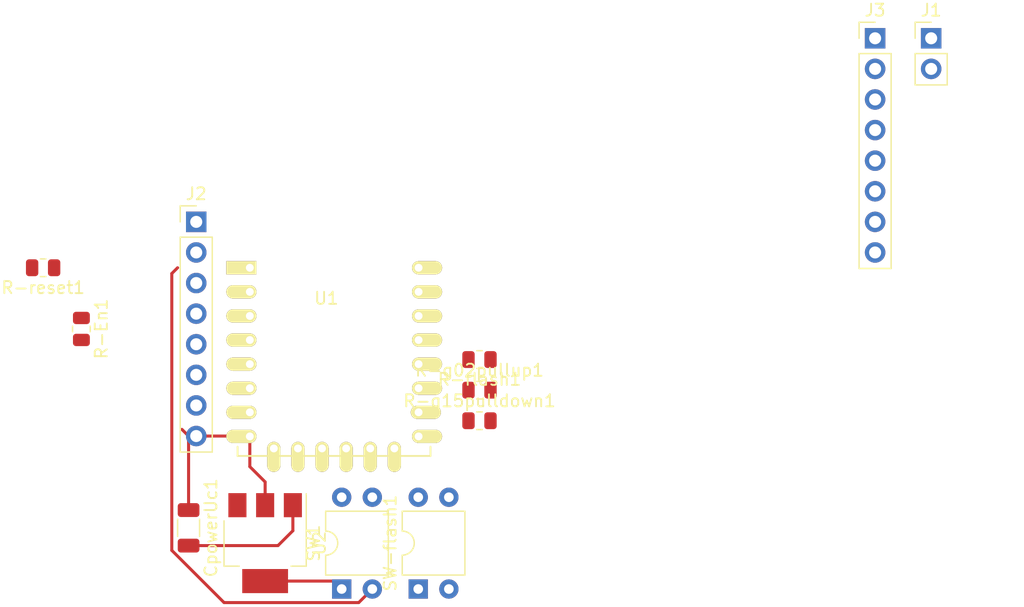
<source format=kicad_pcb>
(kicad_pcb (version 20171130) (host pcbnew 5.1.8-db9833491~88~ubuntu20.10.1)

  (general
    (thickness 1.6)
    (drawings 0)
    (tracks 17)
    (zones 0)
    (modules 13)
    (nets 25)
  )

  (page A4)
  (layers
    (0 F.Cu signal)
    (31 B.Cu signal)
    (32 B.Adhes user)
    (33 F.Adhes user)
    (34 B.Paste user)
    (35 F.Paste user)
    (36 B.SilkS user)
    (37 F.SilkS user)
    (38 B.Mask user)
    (39 F.Mask user)
    (40 Dwgs.User user)
    (41 Cmts.User user)
    (42 Eco1.User user)
    (43 Eco2.User user)
    (44 Edge.Cuts user)
    (45 Margin user)
    (46 B.CrtYd user)
    (47 F.CrtYd user)
    (48 B.Fab user)
    (49 F.Fab user)
  )

  (setup
    (last_trace_width 0.25)
    (trace_clearance 0.2)
    (zone_clearance 0.508)
    (zone_45_only no)
    (trace_min 0.2)
    (via_size 0.8)
    (via_drill 0.4)
    (via_min_size 0.4)
    (via_min_drill 0.3)
    (uvia_size 0.3)
    (uvia_drill 0.1)
    (uvias_allowed no)
    (uvia_min_size 0.2)
    (uvia_min_drill 0.1)
    (edge_width 0.05)
    (segment_width 0.2)
    (pcb_text_width 0.3)
    (pcb_text_size 1.5 1.5)
    (mod_edge_width 0.12)
    (mod_text_size 1 1)
    (mod_text_width 0.15)
    (pad_size 1.524 1.524)
    (pad_drill 0.762)
    (pad_to_mask_clearance 0)
    (aux_axis_origin 0 0)
    (visible_elements FFFFFF7F)
    (pcbplotparams
      (layerselection 0x010fc_ffffffff)
      (usegerberextensions false)
      (usegerberattributes true)
      (usegerberadvancedattributes true)
      (creategerberjobfile true)
      (excludeedgelayer true)
      (linewidth 0.100000)
      (plotframeref false)
      (viasonmask false)
      (mode 1)
      (useauxorigin false)
      (hpglpennumber 1)
      (hpglpenspeed 20)
      (hpglpendiameter 15.000000)
      (psnegative false)
      (psa4output false)
      (plotreference true)
      (plotvalue true)
      (plotinvisibletext false)
      (padsonsilk false)
      (subtractmaskfromsilk false)
      (outputformat 1)
      (mirror false)
      (drillshape 1)
      (scaleselection 1)
      (outputdirectory ""))
  )

  (net 0 "")
  (net 1 "Net-(U1-Pad22)")
  (net 2 "Net-(U1-Pad21)")
  (net 3 "Net-(U1-Pad20)")
  (net 4 "Net-(U1-Pad19)")
  (net 5 "Net-(U1-Pad18)")
  (net 6 "Net-(U1-Pad17)")
  (net 7 GND)
  (net 8 v3.3)
  (net 9 "Net-(R-reset1-Pad2)")
  (net 10 "Net-(J1-Pad1)")
  (net 11 "Net-(J2-Pad7)")
  (net 12 "Net-(J2-Pad6)")
  (net 13 "Net-(J2-Pad5)")
  (net 14 "Net-(J2-Pad4)")
  (net 15 "Net-(J2-Pad3)")
  (net 16 "Net-(J2-Pad2)")
  (net 17 "Net-(J2-Pad1)")
  (net 18 "Net-(J3-Pad7)")
  (net 19 "Net-(J3-Pad6)")
  (net 20 "Net-(J3-Pad5)")
  (net 21 "Net-(J3-Pad4)")
  (net 22 "Net-(J3-Pad3)")
  (net 23 "Net-(J3-Pad2)")
  (net 24 "Net-(J3-Pad1)")

  (net_class Default "This is the default net class."
    (clearance 0.2)
    (trace_width 0.25)
    (via_dia 0.8)
    (via_drill 0.4)
    (uvia_dia 0.3)
    (uvia_drill 0.1)
    (add_net GND)
    (add_net "Net-(J1-Pad1)")
    (add_net "Net-(J2-Pad1)")
    (add_net "Net-(J2-Pad2)")
    (add_net "Net-(J2-Pad3)")
    (add_net "Net-(J2-Pad4)")
    (add_net "Net-(J2-Pad5)")
    (add_net "Net-(J2-Pad6)")
    (add_net "Net-(J2-Pad7)")
    (add_net "Net-(J3-Pad1)")
    (add_net "Net-(J3-Pad2)")
    (add_net "Net-(J3-Pad3)")
    (add_net "Net-(J3-Pad4)")
    (add_net "Net-(J3-Pad5)")
    (add_net "Net-(J3-Pad6)")
    (add_net "Net-(J3-Pad7)")
    (add_net "Net-(R-reset1-Pad2)")
    (add_net "Net-(U1-Pad17)")
    (add_net "Net-(U1-Pad18)")
    (add_net "Net-(U1-Pad19)")
    (add_net "Net-(U1-Pad20)")
    (add_net "Net-(U1-Pad21)")
    (add_net "Net-(U1-Pad22)")
    (add_net v3.3)
  )

  (module Connector_PinHeader_2.54mm:PinHeader_1x08_P2.54mm_Vertical (layer F.Cu) (tedit 59FED5CC) (tstamp 5FD7F2FB)
    (at 141.605 132.08)
    (descr "Through hole straight pin header, 1x08, 2.54mm pitch, single row")
    (tags "Through hole pin header THT 1x08 2.54mm single row")
    (path /5FD86174)
    (fp_text reference J2 (at 0 -2.33) (layer F.SilkS)
      (effects (font (size 1 1) (thickness 0.15)))
    )
    (fp_text value Conn_01x08 (at 0 20.11) (layer F.Fab)
      (effects (font (size 1 1) (thickness 0.15)))
    )
    (fp_text user %R (at 0 8.89 90) (layer F.Fab)
      (effects (font (size 1 1) (thickness 0.15)))
    )
    (fp_line (start -0.635 -1.27) (end 1.27 -1.27) (layer F.Fab) (width 0.1))
    (fp_line (start 1.27 -1.27) (end 1.27 19.05) (layer F.Fab) (width 0.1))
    (fp_line (start 1.27 19.05) (end -1.27 19.05) (layer F.Fab) (width 0.1))
    (fp_line (start -1.27 19.05) (end -1.27 -0.635) (layer F.Fab) (width 0.1))
    (fp_line (start -1.27 -0.635) (end -0.635 -1.27) (layer F.Fab) (width 0.1))
    (fp_line (start -1.33 19.11) (end 1.33 19.11) (layer F.SilkS) (width 0.12))
    (fp_line (start -1.33 1.27) (end -1.33 19.11) (layer F.SilkS) (width 0.12))
    (fp_line (start 1.33 1.27) (end 1.33 19.11) (layer F.SilkS) (width 0.12))
    (fp_line (start -1.33 1.27) (end 1.33 1.27) (layer F.SilkS) (width 0.12))
    (fp_line (start -1.33 0) (end -1.33 -1.33) (layer F.SilkS) (width 0.12))
    (fp_line (start -1.33 -1.33) (end 0 -1.33) (layer F.SilkS) (width 0.12))
    (fp_line (start -1.8 -1.8) (end -1.8 19.55) (layer F.CrtYd) (width 0.05))
    (fp_line (start -1.8 19.55) (end 1.8 19.55) (layer F.CrtYd) (width 0.05))
    (fp_line (start 1.8 19.55) (end 1.8 -1.8) (layer F.CrtYd) (width 0.05))
    (fp_line (start 1.8 -1.8) (end -1.8 -1.8) (layer F.CrtYd) (width 0.05))
    (pad 8 thru_hole oval (at 0 17.78) (size 1.7 1.7) (drill 1) (layers *.Cu *.Mask)
      (net 8 v3.3))
    (pad 7 thru_hole oval (at 0 15.24) (size 1.7 1.7) (drill 1) (layers *.Cu *.Mask)
      (net 11 "Net-(J2-Pad7)"))
    (pad 6 thru_hole oval (at 0 12.7) (size 1.7 1.7) (drill 1) (layers *.Cu *.Mask)
      (net 12 "Net-(J2-Pad6)"))
    (pad 5 thru_hole oval (at 0 10.16) (size 1.7 1.7) (drill 1) (layers *.Cu *.Mask)
      (net 13 "Net-(J2-Pad5)"))
    (pad 4 thru_hole oval (at 0 7.62) (size 1.7 1.7) (drill 1) (layers *.Cu *.Mask)
      (net 14 "Net-(J2-Pad4)"))
    (pad 3 thru_hole oval (at 0 5.08) (size 1.7 1.7) (drill 1) (layers *.Cu *.Mask)
      (net 15 "Net-(J2-Pad3)"))
    (pad 2 thru_hole oval (at 0 2.54) (size 1.7 1.7) (drill 1) (layers *.Cu *.Mask)
      (net 16 "Net-(J2-Pad2)"))
    (pad 1 thru_hole rect (at 0 0) (size 1.7 1.7) (drill 1) (layers *.Cu *.Mask)
      (net 17 "Net-(J2-Pad1)"))
    (model ${KISYS3DMOD}/Connector_PinHeader_2.54mm.3dshapes/PinHeader_1x08_P2.54mm_Vertical.wrl
      (at (xyz 0 0 0))
      (scale (xyz 1 1 1))
      (rotate (xyz 0 0 0))
    )
  )

  (module ESP8266:ESP-12E (layer F.Cu) (tedit 58B47889) (tstamp 5FD7456B)
    (at 146.05 135.89)
    (descr "Module, ESP-8266, ESP-12, 16 pad, SMD")
    (tags "Module ESP-8266 ESP8266")
    (path /5FD3FB21)
    (fp_text reference U1 (at 6.35 2.54) (layer F.SilkS)
      (effects (font (size 1 1) (thickness 0.15)))
    )
    (fp_text value ESP-12F (at 6.35 6.35) (layer F.Fab) hide
      (effects (font (size 1 1) (thickness 0.15)))
    )
    (fp_text user "No Copper" (at 6.892 -5.4) (layer F.CrtYd)
      (effects (font (size 1 1) (thickness 0.15)))
    )
    (fp_line (start -2.25 -0.5) (end -2.25 -8.75) (layer F.CrtYd) (width 0.05))
    (fp_line (start -2.25 -8.75) (end 15.25 -8.75) (layer F.CrtYd) (width 0.05))
    (fp_line (start 15.25 -8.75) (end 16.25 -8.75) (layer F.CrtYd) (width 0.05))
    (fp_line (start 16.25 -8.75) (end 16.25 16) (layer F.CrtYd) (width 0.05))
    (fp_line (start 16.25 16) (end -2.25 16) (layer F.CrtYd) (width 0.05))
    (fp_line (start -2.25 16) (end -2.25 -0.5) (layer F.CrtYd) (width 0.05))
    (fp_line (start -1.016 -8.382) (end 14.986 -8.382) (layer F.CrtYd) (width 0.1524))
    (fp_line (start 14.986 -8.382) (end 14.986 -0.889) (layer F.CrtYd) (width 0.1524))
    (fp_line (start -1.016 -8.382) (end -1.016 -1.016) (layer F.CrtYd) (width 0.1524))
    (fp_line (start -1.016 14.859) (end -1.016 15.621) (layer F.SilkS) (width 0.1524))
    (fp_line (start -1.016 15.621) (end 14.986 15.621) (layer F.SilkS) (width 0.1524))
    (fp_line (start 14.986 15.621) (end 14.986 14.859) (layer F.SilkS) (width 0.1524))
    (fp_line (start 14.992 -8.4) (end -1.008 -2.6) (layer F.CrtYd) (width 0.1524))
    (fp_line (start -1.008 -8.4) (end 14.992 -2.6) (layer F.CrtYd) (width 0.1524))
    (fp_line (start -1.008 -2.6) (end 14.992 -2.6) (layer F.CrtYd) (width 0.1524))
    (fp_line (start 15 -8.4) (end 15 15.6) (layer F.Fab) (width 0.05))
    (fp_line (start 14.992 15.6) (end -1.008 15.6) (layer F.Fab) (width 0.05))
    (fp_line (start -1.008 15.6) (end -1.008 -8.4) (layer F.Fab) (width 0.05))
    (fp_line (start -1.008 -8.4) (end 14.992 -8.4) (layer F.Fab) (width 0.05))
    (pad 22 thru_hole oval (at 11.99 15 90) (size 2.5 1.1) (drill 0.65 (offset -0.7 0)) (layers *.Cu *.Mask F.SilkS)
      (net 1 "Net-(U1-Pad22)"))
    (pad 21 thru_hole oval (at 9.99 15 90) (size 2.5 1.1) (drill 0.65 (offset -0.7 0)) (layers *.Cu *.Mask F.SilkS)
      (net 2 "Net-(U1-Pad21)"))
    (pad 20 thru_hole oval (at 7.99 15 90) (size 2.5 1.1) (drill 0.65 (offset -0.7 0)) (layers *.Cu *.Mask F.SilkS)
      (net 3 "Net-(U1-Pad20)"))
    (pad 19 thru_hole oval (at 5.99 15 90) (size 2.5 1.1) (drill 0.65 (offset -0.7 0)) (layers *.Cu *.Mask F.SilkS)
      (net 4 "Net-(U1-Pad19)"))
    (pad 18 thru_hole oval (at 3.99 15 90) (size 2.5 1.1) (drill 0.65 (offset -0.7 0)) (layers *.Cu *.Mask F.SilkS)
      (net 5 "Net-(U1-Pad18)"))
    (pad 17 thru_hole oval (at 1.99 15 90) (size 2.5 1.1) (drill 0.65 (offset -0.7 0)) (layers *.Cu *.Mask F.SilkS)
      (net 6 "Net-(U1-Pad17)"))
    (pad 16 thru_hole oval (at 14 0) (size 2.5 1.1) (drill 0.65 (offset 0.7 0)) (layers *.Cu *.Mask F.SilkS)
      (net 24 "Net-(J3-Pad1)"))
    (pad 15 thru_hole oval (at 14 2) (size 2.5 1.1) (drill 0.65 (offset 0.7 0)) (layers *.Cu *.Mask F.SilkS)
      (net 23 "Net-(J3-Pad2)"))
    (pad 14 thru_hole oval (at 14 4) (size 2.5 1.1) (drill 0.65 (offset 0.7 0)) (layers *.Cu *.Mask F.SilkS)
      (net 22 "Net-(J3-Pad3)"))
    (pad 13 thru_hole oval (at 14 6) (size 2.5 1.1) (drill 0.65 (offset 0.7 0)) (layers *.Cu *.Mask F.SilkS)
      (net 21 "Net-(J3-Pad4)"))
    (pad 12 thru_hole oval (at 14 8) (size 2.5 1.1) (drill 0.65 (offset 0.7 0)) (layers *.Cu *.Mask F.SilkS)
      (net 20 "Net-(J3-Pad5)"))
    (pad 11 thru_hole oval (at 14 10) (size 2.5 1.1) (drill 0.65 (offset 0.7 0)) (layers *.Cu *.Mask F.SilkS)
      (net 19 "Net-(J3-Pad6)"))
    (pad 10 thru_hole oval (at 14 12) (size 2.5 1.1) (drill 0.65 (offset 0.6 0)) (layers *.Cu *.Mask F.SilkS)
      (net 18 "Net-(J3-Pad7)"))
    (pad 9 thru_hole oval (at 14 14) (size 2.5 1.1) (drill 0.65 (offset 0.7 0)) (layers *.Cu *.Mask F.SilkS)
      (net 7 GND))
    (pad 8 thru_hole oval (at 0 14) (size 2.5 1.1) (drill 0.65 (offset -0.7 0)) (layers *.Cu *.Mask F.SilkS)
      (net 8 v3.3))
    (pad 7 thru_hole oval (at 0 12) (size 2.5 1.1) (drill 0.65 (offset -0.7 0)) (layers *.Cu *.Mask F.SilkS)
      (net 11 "Net-(J2-Pad7)"))
    (pad 6 thru_hole oval (at 0 10) (size 2.5 1.1) (drill 0.65 (offset -0.7 0)) (layers *.Cu *.Mask F.SilkS)
      (net 12 "Net-(J2-Pad6)"))
    (pad 5 thru_hole oval (at 0 8) (size 2.5 1.1) (drill 0.65 (offset -0.7 0)) (layers *.Cu *.Mask F.SilkS)
      (net 13 "Net-(J2-Pad5)"))
    (pad 4 thru_hole oval (at 0 6) (size 2.5 1.1) (drill 0.65 (offset -0.7 0)) (layers *.Cu *.Mask F.SilkS)
      (net 14 "Net-(J2-Pad4)"))
    (pad 3 thru_hole oval (at 0 4) (size 2.5 1.1) (drill 0.65 (offset -0.7 0)) (layers *.Cu *.Mask F.SilkS)
      (net 15 "Net-(J2-Pad3)"))
    (pad 2 thru_hole oval (at 0 2) (size 2.5 1.1) (drill 0.65 (offset -0.7 0)) (layers *.Cu *.Mask F.SilkS)
      (net 16 "Net-(J2-Pad2)"))
    (pad 1 thru_hole rect (at 0 0) (size 2.5 1.1) (drill 0.65 (offset -0.7 0)) (layers *.Cu *.Mask F.SilkS)
      (net 17 "Net-(J2-Pad1)"))
    (model ${ESPLIB}/ESP8266.3dshapes/ESP-12E.wrl
      (at (xyz 0 0 0))
      (scale (xyz 0.3937 0.3937 0.3937))
      (rotate (xyz 0 0 0))
    )
  )

  (module Connector_PinHeader_2.54mm:PinHeader_1x08_P2.54mm_Vertical (layer F.Cu) (tedit 59FED5CC) (tstamp 5FD7F317)
    (at 197.915 116.84)
    (descr "Through hole straight pin header, 1x08, 2.54mm pitch, single row")
    (tags "Through hole pin header THT 1x08 2.54mm single row")
    (path /5FD86EB6)
    (fp_text reference J3 (at 0 -2.33) (layer F.SilkS)
      (effects (font (size 1 1) (thickness 0.15)))
    )
    (fp_text value Conn_01x08 (at 0 20.11) (layer F.Fab)
      (effects (font (size 1 1) (thickness 0.15)))
    )
    (fp_text user %R (at 0 8.89 90) (layer F.Fab)
      (effects (font (size 1 1) (thickness 0.15)))
    )
    (fp_line (start -0.635 -1.27) (end 1.27 -1.27) (layer F.Fab) (width 0.1))
    (fp_line (start 1.27 -1.27) (end 1.27 19.05) (layer F.Fab) (width 0.1))
    (fp_line (start 1.27 19.05) (end -1.27 19.05) (layer F.Fab) (width 0.1))
    (fp_line (start -1.27 19.05) (end -1.27 -0.635) (layer F.Fab) (width 0.1))
    (fp_line (start -1.27 -0.635) (end -0.635 -1.27) (layer F.Fab) (width 0.1))
    (fp_line (start -1.33 19.11) (end 1.33 19.11) (layer F.SilkS) (width 0.12))
    (fp_line (start -1.33 1.27) (end -1.33 19.11) (layer F.SilkS) (width 0.12))
    (fp_line (start 1.33 1.27) (end 1.33 19.11) (layer F.SilkS) (width 0.12))
    (fp_line (start -1.33 1.27) (end 1.33 1.27) (layer F.SilkS) (width 0.12))
    (fp_line (start -1.33 0) (end -1.33 -1.33) (layer F.SilkS) (width 0.12))
    (fp_line (start -1.33 -1.33) (end 0 -1.33) (layer F.SilkS) (width 0.12))
    (fp_line (start -1.8 -1.8) (end -1.8 19.55) (layer F.CrtYd) (width 0.05))
    (fp_line (start -1.8 19.55) (end 1.8 19.55) (layer F.CrtYd) (width 0.05))
    (fp_line (start 1.8 19.55) (end 1.8 -1.8) (layer F.CrtYd) (width 0.05))
    (fp_line (start 1.8 -1.8) (end -1.8 -1.8) (layer F.CrtYd) (width 0.05))
    (pad 8 thru_hole oval (at 0 17.78) (size 1.7 1.7) (drill 1) (layers *.Cu *.Mask)
      (net 7 GND))
    (pad 7 thru_hole oval (at 0 15.24) (size 1.7 1.7) (drill 1) (layers *.Cu *.Mask)
      (net 18 "Net-(J3-Pad7)"))
    (pad 6 thru_hole oval (at 0 12.7) (size 1.7 1.7) (drill 1) (layers *.Cu *.Mask)
      (net 19 "Net-(J3-Pad6)"))
    (pad 5 thru_hole oval (at 0 10.16) (size 1.7 1.7) (drill 1) (layers *.Cu *.Mask)
      (net 20 "Net-(J3-Pad5)"))
    (pad 4 thru_hole oval (at 0 7.62) (size 1.7 1.7) (drill 1) (layers *.Cu *.Mask)
      (net 21 "Net-(J3-Pad4)"))
    (pad 3 thru_hole oval (at 0 5.08) (size 1.7 1.7) (drill 1) (layers *.Cu *.Mask)
      (net 22 "Net-(J3-Pad3)"))
    (pad 2 thru_hole oval (at 0 2.54) (size 1.7 1.7) (drill 1) (layers *.Cu *.Mask)
      (net 23 "Net-(J3-Pad2)"))
    (pad 1 thru_hole rect (at 0 0) (size 1.7 1.7) (drill 1) (layers *.Cu *.Mask)
      (net 24 "Net-(J3-Pad1)"))
    (model ${KISYS3DMOD}/Connector_PinHeader_2.54mm.3dshapes/PinHeader_1x08_P2.54mm_Vertical.wrl
      (at (xyz 0 0 0))
      (scale (xyz 1 1 1))
      (rotate (xyz 0 0 0))
    )
  )

  (module Connector_PinHeader_2.54mm:PinHeader_1x02_P2.54mm_Vertical (layer F.Cu) (tedit 59FED5CC) (tstamp 5FD7F2DF)
    (at 202.565 116.84)
    (descr "Through hole straight pin header, 1x02, 2.54mm pitch, single row")
    (tags "Through hole pin header THT 1x02 2.54mm single row")
    (path /5FD7F310)
    (fp_text reference J1 (at 0 -2.33) (layer F.SilkS)
      (effects (font (size 1 1) (thickness 0.15)))
    )
    (fp_text value Conn_01x02_Female (at 0 4.87) (layer F.Fab)
      (effects (font (size 1 1) (thickness 0.15)))
    )
    (fp_text user %R (at 0 1.27 90) (layer F.Fab)
      (effects (font (size 1 1) (thickness 0.15)))
    )
    (fp_line (start -0.635 -1.27) (end 1.27 -1.27) (layer F.Fab) (width 0.1))
    (fp_line (start 1.27 -1.27) (end 1.27 3.81) (layer F.Fab) (width 0.1))
    (fp_line (start 1.27 3.81) (end -1.27 3.81) (layer F.Fab) (width 0.1))
    (fp_line (start -1.27 3.81) (end -1.27 -0.635) (layer F.Fab) (width 0.1))
    (fp_line (start -1.27 -0.635) (end -0.635 -1.27) (layer F.Fab) (width 0.1))
    (fp_line (start -1.33 3.87) (end 1.33 3.87) (layer F.SilkS) (width 0.12))
    (fp_line (start -1.33 1.27) (end -1.33 3.87) (layer F.SilkS) (width 0.12))
    (fp_line (start 1.33 1.27) (end 1.33 3.87) (layer F.SilkS) (width 0.12))
    (fp_line (start -1.33 1.27) (end 1.33 1.27) (layer F.SilkS) (width 0.12))
    (fp_line (start -1.33 0) (end -1.33 -1.33) (layer F.SilkS) (width 0.12))
    (fp_line (start -1.33 -1.33) (end 0 -1.33) (layer F.SilkS) (width 0.12))
    (fp_line (start -1.8 -1.8) (end -1.8 4.35) (layer F.CrtYd) (width 0.05))
    (fp_line (start -1.8 4.35) (end 1.8 4.35) (layer F.CrtYd) (width 0.05))
    (fp_line (start 1.8 4.35) (end 1.8 -1.8) (layer F.CrtYd) (width 0.05))
    (fp_line (start 1.8 -1.8) (end -1.8 -1.8) (layer F.CrtYd) (width 0.05))
    (pad 2 thru_hole oval (at 0 2.54) (size 1.7 1.7) (drill 1) (layers *.Cu *.Mask)
      (net 7 GND))
    (pad 1 thru_hole rect (at 0 0) (size 1.7 1.7) (drill 1) (layers *.Cu *.Mask)
      (net 10 "Net-(J1-Pad1)"))
    (model ${KISYS3DMOD}/Connector_PinHeader_2.54mm.3dshapes/PinHeader_1x02_P2.54mm_Vertical.wrl
      (at (xyz 0 0 0))
      (scale (xyz 1 1 1))
      (rotate (xyz 0 0 0))
    )
  )

  (module Package_TO_SOT_SMD:SOT-223-3_TabPin2 (layer F.Cu) (tedit 5A02FF57) (tstamp 5FD7BC04)
    (at 147.32 158.75 270)
    (descr "module CMS SOT223 4 pins")
    (tags "CMS SOT")
    (path /5FD6F152)
    (attr smd)
    (fp_text reference U2 (at 0 -4.5 90) (layer F.SilkS)
      (effects (font (size 1 1) (thickness 0.15)))
    )
    (fp_text value AMS1117-3.3 (at 0 4.5 90) (layer F.Fab)
      (effects (font (size 1 1) (thickness 0.15)))
    )
    (fp_line (start 1.85 -3.35) (end 1.85 3.35) (layer F.Fab) (width 0.1))
    (fp_line (start -1.85 3.35) (end 1.85 3.35) (layer F.Fab) (width 0.1))
    (fp_line (start -4.1 -3.41) (end 1.91 -3.41) (layer F.SilkS) (width 0.12))
    (fp_line (start -0.85 -3.35) (end 1.85 -3.35) (layer F.Fab) (width 0.1))
    (fp_line (start -1.85 3.41) (end 1.91 3.41) (layer F.SilkS) (width 0.12))
    (fp_line (start -1.85 -2.35) (end -1.85 3.35) (layer F.Fab) (width 0.1))
    (fp_line (start -1.85 -2.35) (end -0.85 -3.35) (layer F.Fab) (width 0.1))
    (fp_line (start -4.4 -3.6) (end -4.4 3.6) (layer F.CrtYd) (width 0.05))
    (fp_line (start -4.4 3.6) (end 4.4 3.6) (layer F.CrtYd) (width 0.05))
    (fp_line (start 4.4 3.6) (end 4.4 -3.6) (layer F.CrtYd) (width 0.05))
    (fp_line (start 4.4 -3.6) (end -4.4 -3.6) (layer F.CrtYd) (width 0.05))
    (fp_line (start 1.91 -3.41) (end 1.91 -2.15) (layer F.SilkS) (width 0.12))
    (fp_line (start 1.91 3.41) (end 1.91 2.15) (layer F.SilkS) (width 0.12))
    (fp_text user %R (at 0 0) (layer F.Fab)
      (effects (font (size 0.8 0.8) (thickness 0.12)))
    )
    (pad 1 smd rect (at -3.15 -2.3 270) (size 2 1.5) (layers F.Cu F.Paste F.Mask)
      (net 7 GND))
    (pad 3 smd rect (at -3.15 2.3 270) (size 2 1.5) (layers F.Cu F.Paste F.Mask)
      (net 10 "Net-(J1-Pad1)"))
    (pad 2 smd rect (at -3.15 0 270) (size 2 1.5) (layers F.Cu F.Paste F.Mask)
      (net 8 v3.3))
    (pad 2 smd rect (at 3.15 0 270) (size 2 3.8) (layers F.Cu F.Paste F.Mask)
      (net 8 v3.3))
    (model ${KISYS3DMOD}/Package_TO_SOT_SMD.3dshapes/SOT-223.wrl
      (at (xyz 0 0 0))
      (scale (xyz 1 1 1))
      (rotate (xyz 0 0 0))
    )
  )

  (module Package_DIP:DIP-4_W7.62mm (layer F.Cu) (tedit 5A02E8C5) (tstamp 5FD7CA0E)
    (at 160.02 162.56 90)
    (descr "4-lead though-hole mounted DIP package, row spacing 7.62 mm (300 mils)")
    (tags "THT DIP DIL PDIP 2.54mm 7.62mm 300mil")
    (path /5FD81357)
    (fp_text reference SW-flash1 (at 3.81 -2.33 90) (layer F.SilkS)
      (effects (font (size 1 1) (thickness 0.15)))
    )
    (fp_text value SW_Push (at 3.81 4.87 90) (layer F.Fab)
      (effects (font (size 1 1) (thickness 0.15)))
    )
    (fp_line (start 8.7 -1.55) (end -1.1 -1.55) (layer F.CrtYd) (width 0.05))
    (fp_line (start 8.7 4.1) (end 8.7 -1.55) (layer F.CrtYd) (width 0.05))
    (fp_line (start -1.1 4.1) (end 8.7 4.1) (layer F.CrtYd) (width 0.05))
    (fp_line (start -1.1 -1.55) (end -1.1 4.1) (layer F.CrtYd) (width 0.05))
    (fp_line (start 6.46 -1.33) (end 4.81 -1.33) (layer F.SilkS) (width 0.12))
    (fp_line (start 6.46 3.87) (end 6.46 -1.33) (layer F.SilkS) (width 0.12))
    (fp_line (start 1.16 3.87) (end 6.46 3.87) (layer F.SilkS) (width 0.12))
    (fp_line (start 1.16 -1.33) (end 1.16 3.87) (layer F.SilkS) (width 0.12))
    (fp_line (start 2.81 -1.33) (end 1.16 -1.33) (layer F.SilkS) (width 0.12))
    (fp_line (start 0.635 -0.27) (end 1.635 -1.27) (layer F.Fab) (width 0.1))
    (fp_line (start 0.635 3.81) (end 0.635 -0.27) (layer F.Fab) (width 0.1))
    (fp_line (start 6.985 3.81) (end 0.635 3.81) (layer F.Fab) (width 0.1))
    (fp_line (start 6.985 -1.27) (end 6.985 3.81) (layer F.Fab) (width 0.1))
    (fp_line (start 1.635 -1.27) (end 6.985 -1.27) (layer F.Fab) (width 0.1))
    (fp_text user %R (at 3.81 1.27 90) (layer F.Fab)
      (effects (font (size 1 1) (thickness 0.15)))
    )
    (fp_arc (start 3.81 -1.33) (end 2.81 -1.33) (angle -180) (layer F.SilkS) (width 0.12))
    (pad 4 thru_hole oval (at 7.62 0 90) (size 1.6 1.6) (drill 0.8) (layers *.Cu *.Mask))
    (pad 2 thru_hole oval (at 0 2.54 90) (size 1.6 1.6) (drill 0.8) (layers *.Cu *.Mask)
      (net 7 GND))
    (pad 3 thru_hole oval (at 7.62 2.54 90) (size 1.6 1.6) (drill 0.8) (layers *.Cu *.Mask))
    (pad 1 thru_hole rect (at 0 0 90) (size 1.6 1.6) (drill 0.8) (layers *.Cu *.Mask)
      (net 20 "Net-(J3-Pad5)"))
    (model ${KISYS3DMOD}/Package_DIP.3dshapes/DIP-4_W7.62mm.wrl
      (at (xyz 0 0 0))
      (scale (xyz 1 1 1))
      (rotate (xyz 0 0 0))
    )
  )

  (module Package_DIP:DIP-4_W7.62mm (layer F.Cu) (tedit 5A02E8C5) (tstamp 5FD7BB88)
    (at 153.67 162.56 90)
    (descr "4-lead though-hole mounted DIP package, row spacing 7.62 mm (300 mils)")
    (tags "THT DIP DIL PDIP 2.54mm 7.62mm 300mil")
    (path /5FD7C06A)
    (fp_text reference SW1 (at 3.81 -2.33 90) (layer F.SilkS)
      (effects (font (size 1 1) (thickness 0.15)))
    )
    (fp_text value SW_Push (at 3.81 4.87 90) (layer F.Fab)
      (effects (font (size 1 1) (thickness 0.15)))
    )
    (fp_line (start 8.7 -1.55) (end -1.1 -1.55) (layer F.CrtYd) (width 0.05))
    (fp_line (start 8.7 4.1) (end 8.7 -1.55) (layer F.CrtYd) (width 0.05))
    (fp_line (start -1.1 4.1) (end 8.7 4.1) (layer F.CrtYd) (width 0.05))
    (fp_line (start -1.1 -1.55) (end -1.1 4.1) (layer F.CrtYd) (width 0.05))
    (fp_line (start 6.46 -1.33) (end 4.81 -1.33) (layer F.SilkS) (width 0.12))
    (fp_line (start 6.46 3.87) (end 6.46 -1.33) (layer F.SilkS) (width 0.12))
    (fp_line (start 1.16 3.87) (end 6.46 3.87) (layer F.SilkS) (width 0.12))
    (fp_line (start 1.16 -1.33) (end 1.16 3.87) (layer F.SilkS) (width 0.12))
    (fp_line (start 2.81 -1.33) (end 1.16 -1.33) (layer F.SilkS) (width 0.12))
    (fp_line (start 0.635 -0.27) (end 1.635 -1.27) (layer F.Fab) (width 0.1))
    (fp_line (start 0.635 3.81) (end 0.635 -0.27) (layer F.Fab) (width 0.1))
    (fp_line (start 6.985 3.81) (end 0.635 3.81) (layer F.Fab) (width 0.1))
    (fp_line (start 6.985 -1.27) (end 6.985 3.81) (layer F.Fab) (width 0.1))
    (fp_line (start 1.635 -1.27) (end 6.985 -1.27) (layer F.Fab) (width 0.1))
    (fp_text user %R (at 3.81 1.27 90) (layer F.Fab)
      (effects (font (size 1 1) (thickness 0.15)))
    )
    (fp_arc (start 3.81 -1.33) (end 2.81 -1.33) (angle -180) (layer F.SilkS) (width 0.12))
    (pad 4 thru_hole oval (at 7.62 0 90) (size 1.6 1.6) (drill 0.8) (layers *.Cu *.Mask))
    (pad 2 thru_hole oval (at 0 2.54 90) (size 1.6 1.6) (drill 0.8) (layers *.Cu *.Mask)
      (net 9 "Net-(R-reset1-Pad2)"))
    (pad 3 thru_hole oval (at 7.62 2.54 90) (size 1.6 1.6) (drill 0.8) (layers *.Cu *.Mask))
    (pad 1 thru_hole rect (at 0 0 90) (size 1.6 1.6) (drill 0.8) (layers *.Cu *.Mask)
      (net 8 v3.3))
    (model ${KISYS3DMOD}/Package_DIP.3dshapes/DIP-4_W7.62mm.wrl
      (at (xyz 0 0 0))
      (scale (xyz 1 1 1))
      (rotate (xyz 0 0 0))
    )
  )

  (module Resistor_SMD:R_0805_2012Metric (layer F.Cu) (tedit 5F68FEEE) (tstamp 5FD7BB70)
    (at 128.905 135.89 180)
    (descr "Resistor SMD 0805 (2012 Metric), square (rectangular) end terminal, IPC_7351 nominal, (Body size source: IPC-SM-782 page 72, https://www.pcb-3d.com/wordpress/wp-content/uploads/ipc-sm-782a_amendment_1_and_2.pdf), generated with kicad-footprint-generator")
    (tags resistor)
    (path /5FD723C5)
    (attr smd)
    (fp_text reference R-reset1 (at 0 -1.65) (layer F.SilkS)
      (effects (font (size 1 1) (thickness 0.15)))
    )
    (fp_text value R10k (at 0 1.65) (layer F.Fab)
      (effects (font (size 1 1) (thickness 0.15)))
    )
    (fp_line (start 1.68 0.95) (end -1.68 0.95) (layer F.CrtYd) (width 0.05))
    (fp_line (start 1.68 -0.95) (end 1.68 0.95) (layer F.CrtYd) (width 0.05))
    (fp_line (start -1.68 -0.95) (end 1.68 -0.95) (layer F.CrtYd) (width 0.05))
    (fp_line (start -1.68 0.95) (end -1.68 -0.95) (layer F.CrtYd) (width 0.05))
    (fp_line (start -0.227064 0.735) (end 0.227064 0.735) (layer F.SilkS) (width 0.12))
    (fp_line (start -0.227064 -0.735) (end 0.227064 -0.735) (layer F.SilkS) (width 0.12))
    (fp_line (start 1 0.625) (end -1 0.625) (layer F.Fab) (width 0.1))
    (fp_line (start 1 -0.625) (end 1 0.625) (layer F.Fab) (width 0.1))
    (fp_line (start -1 -0.625) (end 1 -0.625) (layer F.Fab) (width 0.1))
    (fp_line (start -1 0.625) (end -1 -0.625) (layer F.Fab) (width 0.1))
    (fp_text user %R (at 0 0) (layer F.Fab)
      (effects (font (size 0.5 0.5) (thickness 0.08)))
    )
    (pad 2 smd roundrect (at 0.9125 0 180) (size 1.025 1.4) (layers F.Cu F.Paste F.Mask) (roundrect_rratio 0.243902)
      (net 9 "Net-(R-reset1-Pad2)"))
    (pad 1 smd roundrect (at -0.9125 0 180) (size 1.025 1.4) (layers F.Cu F.Paste F.Mask) (roundrect_rratio 0.243902)
      (net 17 "Net-(J2-Pad1)"))
    (model ${KISYS3DMOD}/Resistor_SMD.3dshapes/R_0805_2012Metric.wrl
      (at (xyz 0 0 0))
      (scale (xyz 1 1 1))
      (rotate (xyz 0 0 0))
    )
  )

  (module Resistor_SMD:R_0805_2012Metric (layer F.Cu) (tedit 5F68FEEE) (tstamp 5FD7BB5F)
    (at 165.1 148.59)
    (descr "Resistor SMD 0805 (2012 Metric), square (rectangular) end terminal, IPC_7351 nominal, (Body size source: IPC-SM-782 page 72, https://www.pcb-3d.com/wordpress/wp-content/uploads/ipc-sm-782a_amendment_1_and_2.pdf), generated with kicad-footprint-generator")
    (tags resistor)
    (path /5FD90900)
    (attr smd)
    (fp_text reference R-g15pulldown1 (at 0 -1.65) (layer F.SilkS)
      (effects (font (size 1 1) (thickness 0.15)))
    )
    (fp_text value 10k (at 0 1.65) (layer F.Fab)
      (effects (font (size 1 1) (thickness 0.15)))
    )
    (fp_line (start 1.68 0.95) (end -1.68 0.95) (layer F.CrtYd) (width 0.05))
    (fp_line (start 1.68 -0.95) (end 1.68 0.95) (layer F.CrtYd) (width 0.05))
    (fp_line (start -1.68 -0.95) (end 1.68 -0.95) (layer F.CrtYd) (width 0.05))
    (fp_line (start -1.68 0.95) (end -1.68 -0.95) (layer F.CrtYd) (width 0.05))
    (fp_line (start -0.227064 0.735) (end 0.227064 0.735) (layer F.SilkS) (width 0.12))
    (fp_line (start -0.227064 -0.735) (end 0.227064 -0.735) (layer F.SilkS) (width 0.12))
    (fp_line (start 1 0.625) (end -1 0.625) (layer F.Fab) (width 0.1))
    (fp_line (start 1 -0.625) (end 1 0.625) (layer F.Fab) (width 0.1))
    (fp_line (start -1 -0.625) (end 1 -0.625) (layer F.Fab) (width 0.1))
    (fp_line (start -1 0.625) (end -1 -0.625) (layer F.Fab) (width 0.1))
    (fp_text user %R (at 0 0) (layer F.Fab)
      (effects (font (size 0.5 0.5) (thickness 0.08)))
    )
    (pad 2 smd roundrect (at 0.9125 0) (size 1.025 1.4) (layers F.Cu F.Paste F.Mask) (roundrect_rratio 0.243902)
      (net 7 GND))
    (pad 1 smd roundrect (at -0.9125 0) (size 1.025 1.4) (layers F.Cu F.Paste F.Mask) (roundrect_rratio 0.243902)
      (net 18 "Net-(J3-Pad7)"))
    (model ${KISYS3DMOD}/Resistor_SMD.3dshapes/R_0805_2012Metric.wrl
      (at (xyz 0 0 0))
      (scale (xyz 1 1 1))
      (rotate (xyz 0 0 0))
    )
  )

  (module Resistor_SMD:R_0805_2012Metric (layer F.Cu) (tedit 5F68FEEE) (tstamp 5FD7BB4E)
    (at 165.1 146.05)
    (descr "Resistor SMD 0805 (2012 Metric), square (rectangular) end terminal, IPC_7351 nominal, (Body size source: IPC-SM-782 page 72, https://www.pcb-3d.com/wordpress/wp-content/uploads/ipc-sm-782a_amendment_1_and_2.pdf), generated with kicad-footprint-generator")
    (tags resistor)
    (path /5FD91411)
    (attr smd)
    (fp_text reference R-g02pullup1 (at 0 -1.65) (layer F.SilkS)
      (effects (font (size 1 1) (thickness 0.15)))
    )
    (fp_text value 10k (at 0 1.65) (layer F.Fab)
      (effects (font (size 1 1) (thickness 0.15)))
    )
    (fp_line (start 1.68 0.95) (end -1.68 0.95) (layer F.CrtYd) (width 0.05))
    (fp_line (start 1.68 -0.95) (end 1.68 0.95) (layer F.CrtYd) (width 0.05))
    (fp_line (start -1.68 -0.95) (end 1.68 -0.95) (layer F.CrtYd) (width 0.05))
    (fp_line (start -1.68 0.95) (end -1.68 -0.95) (layer F.CrtYd) (width 0.05))
    (fp_line (start -0.227064 0.735) (end 0.227064 0.735) (layer F.SilkS) (width 0.12))
    (fp_line (start -0.227064 -0.735) (end 0.227064 -0.735) (layer F.SilkS) (width 0.12))
    (fp_line (start 1 0.625) (end -1 0.625) (layer F.Fab) (width 0.1))
    (fp_line (start 1 -0.625) (end 1 0.625) (layer F.Fab) (width 0.1))
    (fp_line (start -1 -0.625) (end 1 -0.625) (layer F.Fab) (width 0.1))
    (fp_line (start -1 0.625) (end -1 -0.625) (layer F.Fab) (width 0.1))
    (fp_text user %R (at 0 0) (layer F.Fab)
      (effects (font (size 0.5 0.5) (thickness 0.08)))
    )
    (pad 2 smd roundrect (at 0.9125 0) (size 1.025 1.4) (layers F.Cu F.Paste F.Mask) (roundrect_rratio 0.243902)
      (net 8 v3.3))
    (pad 1 smd roundrect (at -0.9125 0) (size 1.025 1.4) (layers F.Cu F.Paste F.Mask) (roundrect_rratio 0.243902)
      (net 19 "Net-(J3-Pad6)"))
    (model ${KISYS3DMOD}/Resistor_SMD.3dshapes/R_0805_2012Metric.wrl
      (at (xyz 0 0 0))
      (scale (xyz 1 1 1))
      (rotate (xyz 0 0 0))
    )
  )

  (module Resistor_SMD:R_0805_2012Metric (layer F.Cu) (tedit 5F68FEEE) (tstamp 5FD7BB3D)
    (at 165.1 143.51 180)
    (descr "Resistor SMD 0805 (2012 Metric), square (rectangular) end terminal, IPC_7351 nominal, (Body size source: IPC-SM-782 page 72, https://www.pcb-3d.com/wordpress/wp-content/uploads/ipc-sm-782a_amendment_1_and_2.pdf), generated with kicad-footprint-generator")
    (tags resistor)
    (path /5FD81DCE)
    (attr smd)
    (fp_text reference R-flash1 (at 0 -1.65) (layer F.SilkS)
      (effects (font (size 1 1) (thickness 0.15)))
    )
    (fp_text value R10k (at 0 1.65) (layer F.Fab)
      (effects (font (size 1 1) (thickness 0.15)))
    )
    (fp_line (start 1.68 0.95) (end -1.68 0.95) (layer F.CrtYd) (width 0.05))
    (fp_line (start 1.68 -0.95) (end 1.68 0.95) (layer F.CrtYd) (width 0.05))
    (fp_line (start -1.68 -0.95) (end 1.68 -0.95) (layer F.CrtYd) (width 0.05))
    (fp_line (start -1.68 0.95) (end -1.68 -0.95) (layer F.CrtYd) (width 0.05))
    (fp_line (start -0.227064 0.735) (end 0.227064 0.735) (layer F.SilkS) (width 0.12))
    (fp_line (start -0.227064 -0.735) (end 0.227064 -0.735) (layer F.SilkS) (width 0.12))
    (fp_line (start 1 0.625) (end -1 0.625) (layer F.Fab) (width 0.1))
    (fp_line (start 1 -0.625) (end 1 0.625) (layer F.Fab) (width 0.1))
    (fp_line (start -1 -0.625) (end 1 -0.625) (layer F.Fab) (width 0.1))
    (fp_line (start -1 0.625) (end -1 -0.625) (layer F.Fab) (width 0.1))
    (fp_text user %R (at 0 0) (layer F.Fab)
      (effects (font (size 0.5 0.5) (thickness 0.08)))
    )
    (pad 2 smd roundrect (at 0.9125 0 180) (size 1.025 1.4) (layers F.Cu F.Paste F.Mask) (roundrect_rratio 0.243902)
      (net 20 "Net-(J3-Pad5)"))
    (pad 1 smd roundrect (at -0.9125 0 180) (size 1.025 1.4) (layers F.Cu F.Paste F.Mask) (roundrect_rratio 0.243902)
      (net 8 v3.3))
    (model ${KISYS3DMOD}/Resistor_SMD.3dshapes/R_0805_2012Metric.wrl
      (at (xyz 0 0 0))
      (scale (xyz 1 1 1))
      (rotate (xyz 0 0 0))
    )
  )

  (module Resistor_SMD:R_0805_2012Metric (layer F.Cu) (tedit 5F68FEEE) (tstamp 5FD7C774)
    (at 132.08 140.97 270)
    (descr "Resistor SMD 0805 (2012 Metric), square (rectangular) end terminal, IPC_7351 nominal, (Body size source: IPC-SM-782 page 72, https://www.pcb-3d.com/wordpress/wp-content/uploads/ipc-sm-782a_amendment_1_and_2.pdf), generated with kicad-footprint-generator")
    (tags resistor)
    (path /5FD71202)
    (attr smd)
    (fp_text reference R-En1 (at 0 -1.65 90) (layer F.SilkS)
      (effects (font (size 1 1) (thickness 0.15)))
    )
    (fp_text value R10k (at 0 1.65 90) (layer F.Fab)
      (effects (font (size 1 1) (thickness 0.15)))
    )
    (fp_line (start 1.68 0.95) (end -1.68 0.95) (layer F.CrtYd) (width 0.05))
    (fp_line (start 1.68 -0.95) (end 1.68 0.95) (layer F.CrtYd) (width 0.05))
    (fp_line (start -1.68 -0.95) (end 1.68 -0.95) (layer F.CrtYd) (width 0.05))
    (fp_line (start -1.68 0.95) (end -1.68 -0.95) (layer F.CrtYd) (width 0.05))
    (fp_line (start -0.227064 0.735) (end 0.227064 0.735) (layer F.SilkS) (width 0.12))
    (fp_line (start -0.227064 -0.735) (end 0.227064 -0.735) (layer F.SilkS) (width 0.12))
    (fp_line (start 1 0.625) (end -1 0.625) (layer F.Fab) (width 0.1))
    (fp_line (start 1 -0.625) (end 1 0.625) (layer F.Fab) (width 0.1))
    (fp_line (start -1 -0.625) (end 1 -0.625) (layer F.Fab) (width 0.1))
    (fp_line (start -1 0.625) (end -1 -0.625) (layer F.Fab) (width 0.1))
    (fp_text user %R (at 0 0 90) (layer F.Fab)
      (effects (font (size 0.5 0.5) (thickness 0.08)))
    )
    (pad 2 smd roundrect (at 0.9125 0 270) (size 1.025 1.4) (layers F.Cu F.Paste F.Mask) (roundrect_rratio 0.243902)
      (net 8 v3.3))
    (pad 1 smd roundrect (at -0.9125 0 270) (size 1.025 1.4) (layers F.Cu F.Paste F.Mask) (roundrect_rratio 0.243902)
      (net 15 "Net-(J2-Pad3)"))
    (model ${KISYS3DMOD}/Resistor_SMD.3dshapes/R_0805_2012Metric.wrl
      (at (xyz 0 0 0))
      (scale (xyz 1 1 1))
      (rotate (xyz 0 0 0))
    )
  )

  (module Capacitor_SMD:C_1206_3216Metric (layer F.Cu) (tedit 5F68FEEE) (tstamp 5FD7BB1B)
    (at 140.97 157.48 270)
    (descr "Capacitor SMD 1206 (3216 Metric), square (rectangular) end terminal, IPC_7351 nominal, (Body size source: IPC-SM-782 page 76, https://www.pcb-3d.com/wordpress/wp-content/uploads/ipc-sm-782a_amendment_1_and_2.pdf), generated with kicad-footprint-generator")
    (tags capacitor)
    (path /5FD7FBE4)
    (attr smd)
    (fp_text reference CpowerUc1 (at 0 -1.85 90) (layer F.SilkS)
      (effects (font (size 1 1) (thickness 0.15)))
    )
    (fp_text value 100nF (at 0 1.85 90) (layer F.Fab)
      (effects (font (size 1 1) (thickness 0.15)))
    )
    (fp_line (start 2.3 1.15) (end -2.3 1.15) (layer F.CrtYd) (width 0.05))
    (fp_line (start 2.3 -1.15) (end 2.3 1.15) (layer F.CrtYd) (width 0.05))
    (fp_line (start -2.3 -1.15) (end 2.3 -1.15) (layer F.CrtYd) (width 0.05))
    (fp_line (start -2.3 1.15) (end -2.3 -1.15) (layer F.CrtYd) (width 0.05))
    (fp_line (start -0.711252 0.91) (end 0.711252 0.91) (layer F.SilkS) (width 0.12))
    (fp_line (start -0.711252 -0.91) (end 0.711252 -0.91) (layer F.SilkS) (width 0.12))
    (fp_line (start 1.6 0.8) (end -1.6 0.8) (layer F.Fab) (width 0.1))
    (fp_line (start 1.6 -0.8) (end 1.6 0.8) (layer F.Fab) (width 0.1))
    (fp_line (start -1.6 -0.8) (end 1.6 -0.8) (layer F.Fab) (width 0.1))
    (fp_line (start -1.6 0.8) (end -1.6 -0.8) (layer F.Fab) (width 0.1))
    (fp_text user %R (at 0 0 90) (layer F.Fab)
      (effects (font (size 0.8 0.8) (thickness 0.12)))
    )
    (pad 2 smd roundrect (at 1.475 0 270) (size 1.15 1.8) (layers F.Cu F.Paste F.Mask) (roundrect_rratio 0.217391)
      (net 7 GND))
    (pad 1 smd roundrect (at -1.475 0 270) (size 1.15 1.8) (layers F.Cu F.Paste F.Mask) (roundrect_rratio 0.217391)
      (net 8 v3.3))
    (model ${KISYS3DMOD}/Capacitor_SMD.3dshapes/C_1206_3216Metric.wrl
      (at (xyz 0 0 0))
      (scale (xyz 1 1 1))
      (rotate (xyz 0 0 0))
    )
  )

  (segment (start 149.62 155.6) (end 149.62 157.72) (width 0.25) (layer F.Cu) (net 7))
  (segment (start 148.385 158.955) (end 140.97 158.955) (width 0.25) (layer F.Cu) (net 7))
  (segment (start 149.62 157.72) (end 148.385 158.955) (width 0.25) (layer F.Cu) (net 7))
  (segment (start 140.97 156.005) (end 140.97 149.86) (width 0.25) (layer F.Cu) (net 8))
  (segment (start 140.97 149.86) (end 140.415 149.305) (width 0.25) (layer F.Cu) (net 8))
  (segment (start 146.02 149.86) (end 146.05 149.89) (width 0.25) (layer F.Cu) (net 8))
  (segment (start 140.97 149.86) (end 146.02 149.86) (width 0.25) (layer F.Cu) (net 8))
  (segment (start 147.32 155.6) (end 147.32 153.67) (width 0.25) (layer F.Cu) (net 8))
  (segment (start 146.05 152.4) (end 146.05 149.89) (width 0.25) (layer F.Cu) (net 8))
  (segment (start 147.32 153.67) (end 146.05 152.4) (width 0.25) (layer F.Cu) (net 8))
  (segment (start 153.01 161.9) (end 153.67 162.56) (width 0.25) (layer F.Cu) (net 8))
  (segment (start 147.32 161.9) (end 153.01 161.9) (width 0.25) (layer F.Cu) (net 8))
  (segment (start 139.57749 136.37001) (end 140.0575 135.89) (width 0.25) (layer F.Cu) (net 9))
  (segment (start 139.57749 159.35068) (end 139.57749 136.37001) (width 0.25) (layer F.Cu) (net 9))
  (segment (start 155.084999 163.685001) (end 143.911811 163.685001) (width 0.25) (layer F.Cu) (net 9))
  (segment (start 143.911811 163.685001) (end 139.57749 159.35068) (width 0.25) (layer F.Cu) (net 9))
  (segment (start 156.21 162.56) (end 155.084999 163.685001) (width 0.25) (layer F.Cu) (net 9))

)

</source>
